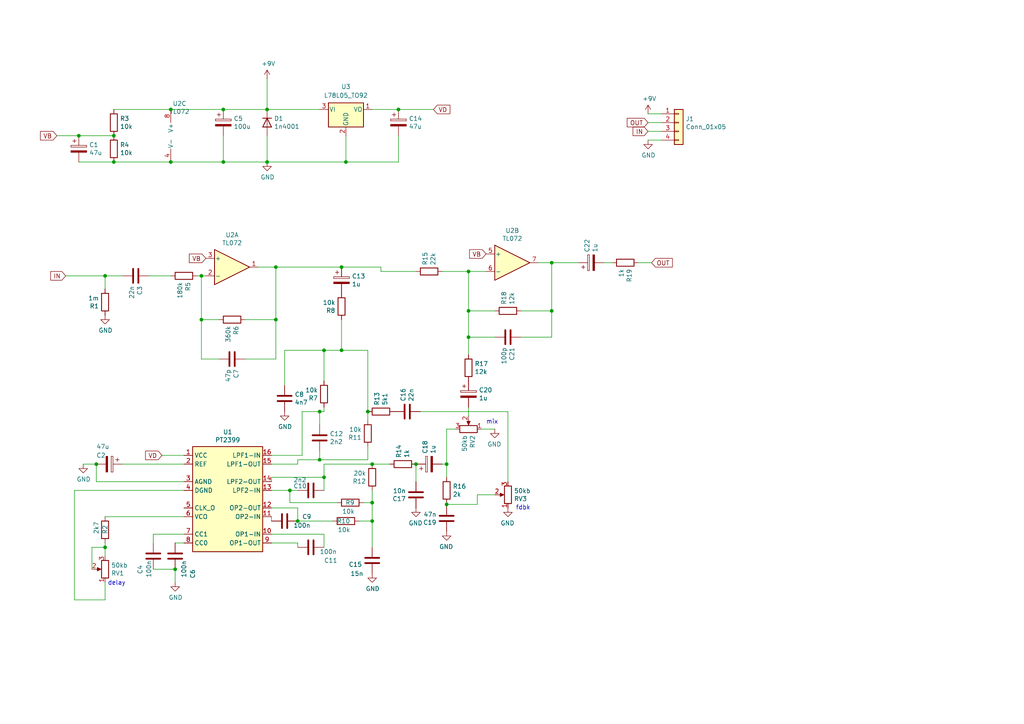
<source format=kicad_sch>
(kicad_sch (version 20211123) (generator eeschema)
  (paper "A4")
  (lib_symbols
    (symbol "Amplifier_Operational:TL072" (pin_names (offset 0.127))
      (property "Reference" "U" (at 0 5.08 0))
      (property "Value" "TL072" (at 0 -5.08 0))
      (symbol "TL072_1_1"
        (polyline (pts (xy -5.08 5.08) (xy 5.08 0) (xy -5.08 -5.08) (xy -5.08 5.08)) (stroke (width 0.254)) (fill (type background)))
        (pin output line (at 7.62 0 180) (length 2.54) (name "~") (number "1"))
        (pin input line (at -7.62 -2.54 0) (length 2.54) (name "-") (number "2"))
        (pin input line (at -7.62 2.54 0) (length 2.54) (name "+") (number "3"))
      )
      (symbol "TL072_2_1"
        (polyline (pts (xy -5.08 5.08) (xy 5.08 0) (xy -5.08 -5.08) (xy -5.08 5.08)) (stroke (width 0.254)) (fill (type background)))
        (pin input line (at -7.62 2.54 0) (length 2.54) (name "+") (number "5"))
        (pin input line (at -7.62 -2.54 0) (length 2.54) (name "-") (number "6"))
        (pin output line (at 7.62 0 180) (length 2.54) (name "~") (number "7"))
      )
      (symbol "TL072_3_1"
        (pin power_in line (at -2.54 -7.62 90) (length 3.81) (name "V-") (number "4"))
        (pin power_in line (at -2.54 7.62 270) (length 3.81) (name "V+") (number "8"))
      )
    )
    (symbol "Audio:PT2399"
      (property "Reference" "U" (at 0 17.78 0))
      (property "Value" "PT2399" (at 0 -17.78 0))
      (symbol "PT2399_0_1"
        (rectangle (start -10.16 15.24) (end 10.16 -15.24) (stroke (width 0.254)) (fill (type background)))
      )
      (symbol "PT2399_1_1"
        (pin power_in line (at -12.7 12.7 0) (length 2.54) (name "VCC") (number "1"))
        (pin input line (at 12.7 -10.16 180) (length 2.54) (name "OP1-IN") (number "10"))
        (pin input line (at 12.7 -5.08 180) (length 2.54) (name "OP2-IN") (number "11"))
        (pin output line (at 12.7 -2.54 180) (length 2.54) (name "OP2-OUT") (number "12"))
        (pin input line (at 12.7 2.54 180) (length 2.54) (name "LPF2-IN") (number "13"))
        (pin output line (at 12.7 5.08 180) (length 2.54) (name "LPF2-OUT") (number "14"))
        (pin output line (at 12.7 10.16 180) (length 2.54) (name "LPF1-OUT") (number "15"))
        (pin input line (at 12.7 12.7 180) (length 2.54) (name "LPF1-IN") (number "16"))
        (pin passive line (at -12.7 10.16 0) (length 2.54) (name "REF") (number "2"))
        (pin power_in line (at -12.7 5.08 0) (length 2.54) (name "AGND") (number "3"))
        (pin power_in line (at -12.7 2.54 0) (length 2.54) (name "DGND") (number "4"))
        (pin passive line (at -12.7 -2.54 0) (length 2.54) (name "CLK_O") (number "5"))
        (pin passive line (at -12.7 -5.08 0) (length 2.54) (name "VCO") (number "6"))
        (pin passive line (at -12.7 -10.16 0) (length 2.54) (name "CC1") (number "7"))
        (pin passive line (at -12.7 -12.7 0) (length 2.54) (name "CC0") (number "8"))
        (pin output line (at 12.7 -12.7 180) (length 2.54) (name "OP1-OUT") (number "9"))
      )
    )
    (symbol "Connector_Generic:Conn_01x04" (pin_names (offset 1.016) hide)
      (property "Reference" "J" (at 0 5.08 0))
      (property "Value" "Conn_01x04" (at 0 -7.62 0))
      (symbol "Conn_01x04_1_1"
        (rectangle (start -1.27 -4.953) (end 0 -5.207) (stroke (width 0.1524)))
        (rectangle (start -1.27 -2.413) (end 0 -2.667) (stroke (width 0.1524)))
        (rectangle (start -1.27 0.127) (end 0 -0.127) (stroke (width 0.1524)))
        (rectangle (start -1.27 2.667) (end 0 2.413) (stroke (width 0.1524)))
        (rectangle (start -1.27 3.81) (end 1.27 -6.35) (stroke (width 0.254)) (fill (type background)))
        (pin passive line (at -5.08 2.54 0) (length 3.81) (name "Pin_1") (number "1"))
        (pin passive line (at -5.08 0 0) (length 3.81) (name "Pin_2") (number "2"))
        (pin passive line (at -5.08 -2.54 0) (length 3.81) (name "Pin_3") (number "3"))
        (pin passive line (at -5.08 -5.08 0) (length 3.81) (name "Pin_4") (number "4"))
      )
    )
    (symbol "Device:C" (pin_numbers hide) (pin_names (offset 0.254))
      (property "Reference" "C" (at 0.635 2.54 0))
      (property "Value" "C" (at 0.635 -2.54 0))
      (symbol "C_0_1"
        (polyline (pts (xy -2.032 -0.762) (xy 2.032 -0.762)) (stroke (width 0.508)))
        (polyline (pts (xy -2.032 0.762) (xy 2.032 0.762)) (stroke (width 0.508)))
      )
      (symbol "C_1_1"
        (pin passive line (at 0 3.81 270) (length 2.794) (name "~") (number "1"))
        (pin passive line (at 0 -3.81 90) (length 2.794) (name "~") (number "2"))
      )
    )
    (symbol "Device:CP" (pin_numbers hide) (pin_names (offset 0.254))
      (property "Reference" "C" (at 0.635 2.54 0))
      (property "Value" "Device_CP" (at 0.635 -2.54 0))
      (symbol "CP_0_1"
        (rectangle (start -2.286 0.508) (end 2.286 1.016))
        (polyline (pts (xy -1.778 2.286) (xy -0.762 2.286)))
        (polyline (pts (xy -1.27 2.794) (xy -1.27 1.778)))
        (rectangle (start 2.286 -0.508) (end -2.286 -1.016) (fill (type outline)))
      )
      (symbol "CP_1_1"
        (pin passive line (at 0 3.81 270) (length 2.794) (name "~") (number "1"))
        (pin passive line (at 0 -3.81 90) (length 2.794) (name "~") (number "2"))
      )
    )
    (symbol "Device:D" (pin_numbers hide) (pin_names (offset 1.016) hide)
      (property "Reference" "D" (at 0 2.54 0))
      (property "Value" "D" (at 0 -2.54 0))
      (symbol "D_0_1"
        (polyline (pts (xy -1.27 1.27) (xy -1.27 -1.27)) (stroke (width 0.254)))
        (polyline (pts (xy 1.27 0) (xy -1.27 0)))
        (polyline (pts (xy 1.27 1.27) (xy 1.27 -1.27) (xy -1.27 0) (xy 1.27 1.27)) (stroke (width 0.254)))
      )
      (symbol "D_1_1"
        (pin passive line (at -3.81 0 0) (length 2.54) (name "K") (number "1"))
        (pin passive line (at 3.81 0 180) (length 2.54) (name "A") (number "2"))
      )
    )
    (symbol "Device:R" (pin_numbers hide) (pin_names (offset 0))
      (property "Reference" "R" (at 2.032 0 90))
      (property "Value" "R" (at 0 0 90))
      (symbol "R_0_1"
        (rectangle (start -1.016 -2.54) (end 1.016 2.54) (stroke (width 0.254)))
      )
      (symbol "R_1_1"
        (pin passive line (at 0 3.81 270) (length 1.27) (name "~") (number "1"))
        (pin passive line (at 0 -3.81 90) (length 1.27) (name "~") (number "2"))
      )
    )
    (symbol "Device:R_POT" (pin_names (offset 1.016) hide)
      (property "Reference" "RV" (at -4.445 0 90))
      (property "Value" "Device_R_POT" (at -2.54 0 90))
      (symbol "R_POT_0_1"
        (polyline (pts (xy 2.54 0) (xy 1.524 0)))
        (polyline (pts (xy 1.143 0) (xy 2.286 0.508) (xy 2.286 -0.508) (xy 1.143 0)) (fill (type outline)))
        (rectangle (start 1.016 2.54) (end -1.016 -2.54) (stroke (width 0.254)))
      )
      (symbol "R_POT_1_1"
        (pin passive line (at 0 3.81 270) (length 1.27) (name "1") (number "1"))
        (pin passive line (at 3.81 0 180) (length 1.27) (name "2") (number "2"))
        (pin passive line (at 0 -3.81 90) (length 1.27) (name "3") (number "3"))
      )
    )
    (symbol "Regulator_Linear:L78L05_TO92" (pin_names (offset 0.254))
      (property "Reference" "U" (at -3.81 3.175 0))
      (property "Value" "L78L05_TO92" (at 0 3.175 0))
      (symbol "L78L05_TO92_0_1"
        (rectangle (start -5.08 -5.08) (end 5.08 1.905) (stroke (width 0.254)) (fill (type background)))
      )
      (symbol "L78L05_TO92_1_1"
        (pin power_out line (at 7.62 0 180) (length 2.54) (name "VO") (number "1"))
        (pin power_in line (at 0 -7.62 90) (length 2.54) (name "GND") (number "2"))
        (pin power_in line (at -7.62 0 0) (length 2.54) (name "VI") (number "3"))
      )
    )
    (symbol "power:+9V" (power) (pin_names (offset 0))
      (property "Value" "+9V" (at 0 3.556 0))
      (symbol "+9V_0_1"
        (polyline (pts (xy -0.762 1.27) (xy 0 2.54)))
        (polyline (pts (xy 0 0) (xy 0 2.54)))
        (polyline (pts (xy 0 2.54) (xy 0.762 1.27)))
      )
      (symbol "+9V_1_1"
        (pin power_in line (at 0 0 90) (length 0) hide (name "+9V") (number "1"))
      )
    )
    (symbol "power:GND" (power) (pin_names (offset 0))
      (property "Value" "GND" (at 0 -3.81 0))
      (symbol "GND_0_1"
        (polyline (pts (xy 0 0) (xy 0 -1.27) (xy 1.27 -1.27) (xy 0 -2.54) (xy -1.27 -1.27) (xy 0 -1.27)))
      )
      (symbol "GND_1_1"
        (pin power_in line (at 0 0 270) (length 0) hide (name "GND") (number "1"))
      )
    )
  )
  (junction (at 106.68 119.38))
  (junction (at 86.36 151.13))
  (junction (at 135.89 78.74))
  (junction (at 99.06 77.47))
  (junction (at 49.53 46.99))
  (junction (at 80.01 77.47))
  (junction (at 49.53 31.75))
  (junction (at 135.89 97.79))
  (junction (at 99.06 101.6))
  (junction (at 30.48 158.75))
  (junction (at 115.57 31.75))
  (junction (at 80.01 92.71))
  (junction (at 84.074 142.24))
  (junction (at 30.48 80.01))
  (junction (at 129.54 146.304))
  (junction (at 77.47 31.75))
  (junction (at 64.77 31.75))
  (junction (at 107.95 145.796))
  (junction (at 33.02 46.99))
  (junction (at 77.47 46.99))
  (junction (at 92.71 119.38))
  (junction (at 64.77 46.99))
  (junction (at 107.95 134.62))
  (junction (at 58.42 80.01))
  (junction (at 50.8 165.1))
  (junction (at 160.02 76.2))
  (junction (at 22.86 39.37))
  (junction (at 27.94 134.62))
  (junction (at 33.02 39.37))
  (junction (at 129.54 134.62))
  (junction (at 160.02 90.17))
  (junction (at 93.98 101.6))
  (junction (at 135.89 90.17))
  (junction (at 58.42 92.71))
  (junction (at 107.95 151.13))
  (junction (at 100.33 46.99))
  (junction (at 92.71 133.35))
  (junction (at 120.65 134.62))
  (junction (at 93.98 138.43))
  (wire (pts (xy 87.63 132.08) (xy 78.74 132.08)))
  (wire (pts (xy 100.33 46.99) (xy 100.33 39.37)))
  (wire (pts (xy 93.98 134.62) (xy 107.95 134.62)))
  (wire (pts (xy 110.49 77.47) (xy 99.06 77.47)))
  (wire (pts (xy 46.99 132.08) (xy 53.34 132.08)))
  (wire (pts (xy 78.74 149.86) (xy 78.74 151.13)))
  (wire (pts (xy 135.89 97.79) (xy 135.89 90.17)))
  (wire (pts (xy 100.33 46.99) (xy 115.57 46.99)))
  (wire (pts (xy 147.32 139.7) (xy 147.32 119.38)))
  (wire (pts (xy 21.59 173.99) (xy 21.59 142.24)))
  (wire (pts (xy 160.02 90.17) (xy 151.13 90.17)))
  (wire (pts (xy 77.47 39.37) (xy 77.47 46.99)))
  (wire (pts (xy 138.43 143.51) (xy 138.43 146.304)))
  (wire (pts (xy 53.34 134.62) (xy 35.56 134.62)))
  (wire (pts (xy 30.48 80.01) (xy 35.56 80.01)))
  (wire (pts (xy 93.98 142.24) (xy 93.98 138.43)))
  (wire (pts (xy 43.18 80.01) (xy 49.53 80.01)))
  (wire (pts (xy 92.71 119.38) (xy 92.71 123.19)))
  (wire (pts (xy 33.02 46.99) (xy 49.53 46.99)))
  (wire (pts (xy 22.86 39.37) (xy 33.02 39.37)))
  (wire (pts (xy 120.65 78.74) (xy 110.49 78.74)))
  (wire (pts (xy 135.89 90.17) (xy 135.89 78.74)))
  (wire (pts (xy 84.074 142.24) (xy 84.074 145.796)))
  (wire (pts (xy 78.74 154.94) (xy 93.98 154.94)))
  (wire (pts (xy 63.5 104.14) (xy 58.42 104.14)))
  (wire (pts (xy 93.98 138.43) (xy 78.74 138.43)))
  (wire (pts (xy 160.02 97.79) (xy 151.13 97.79)))
  (wire (pts (xy 33.02 31.75) (xy 49.53 31.75)))
  (wire (pts (xy 156.21 76.2) (xy 160.02 76.2)))
  (wire (pts (xy 80.01 77.47) (xy 99.06 77.47)))
  (wire (pts (xy 129.54 146.304) (xy 138.43 146.304)))
  (wire (pts (xy 86.36 133.35) (xy 86.36 134.62)))
  (wire (pts (xy 107.95 145.796) (xy 107.95 151.13)))
  (wire (pts (xy 135.89 120.65) (xy 135.89 118.11)))
  (wire (pts (xy 128.27 78.74) (xy 135.89 78.74)))
  (wire (pts (xy 30.48 168.91) (xy 30.48 173.99)))
  (wire (pts (xy 86.36 147.32) (xy 86.36 151.13)))
  (wire (pts (xy 128.27 134.62) (xy 129.54 134.62)))
  (wire (pts (xy 82.55 101.6) (xy 93.98 101.6)))
  (wire (pts (xy 58.42 104.14) (xy 58.42 92.71)))
  (wire (pts (xy 26.67 158.75) (xy 30.48 158.75)))
  (wire (pts (xy 105.41 145.796) (xy 107.95 145.796)))
  (wire (pts (xy 160.02 76.2) (xy 167.64 76.2)))
  (wire (pts (xy 93.98 101.6) (xy 99.06 101.6)))
  (wire (pts (xy 120.65 134.62) (xy 120.65 139.7)))
  (wire (pts (xy 106.68 133.35) (xy 106.68 129.54)))
  (wire (pts (xy 84.074 142.24) (xy 86.36 142.24)))
  (wire (pts (xy 80.01 92.71) (xy 71.12 92.71)))
  (wire (pts (xy 129.54 146.558) (xy 129.54 146.304)))
  (wire (pts (xy 84.074 145.796) (xy 97.79 145.796)))
  (wire (pts (xy 106.68 121.92) (xy 106.68 119.38)))
  (wire (pts (xy 143.51 90.17) (xy 135.89 90.17)))
  (wire (pts (xy 187.96 40.64) (xy 191.77 40.64)))
  (wire (pts (xy 115.57 46.99) (xy 115.57 39.37)))
  (wire (pts (xy 160.02 76.2) (xy 160.02 90.17)))
  (wire (pts (xy 175.26 76.2) (xy 177.546 76.2)))
  (wire (pts (xy 77.47 22.86) (xy 77.47 31.75)))
  (wire (pts (xy 93.98 154.94) (xy 93.98 158.75)))
  (wire (pts (xy 129.54 138.43) (xy 129.54 134.62)))
  (wire (pts (xy 82.55 111.76) (xy 82.55 101.6)))
  (wire (pts (xy 78.74 138.43) (xy 78.74 139.7)))
  (wire (pts (xy 58.42 92.71) (xy 58.42 80.01)))
  (wire (pts (xy 87.63 119.38) (xy 87.63 132.08)))
  (wire (pts (xy 99.06 101.6) (xy 99.06 92.71)))
  (wire (pts (xy 147.32 119.38) (xy 121.92 119.38)))
  (wire (pts (xy 50.8 168.91) (xy 50.8 165.1)))
  (wire (pts (xy 92.71 133.35) (xy 92.71 130.81)))
  (wire (pts (xy 57.15 80.01) (xy 58.42 80.01)))
  (wire (pts (xy 77.47 46.99) (xy 100.33 46.99)))
  (wire (pts (xy 135.89 78.74) (xy 140.97 78.74)))
  (wire (pts (xy 86.36 133.35) (xy 92.71 133.35)))
  (wire (pts (xy 129.54 134.62) (xy 129.54 124.46)))
  (wire (pts (xy 107.95 151.13) (xy 107.95 158.75)))
  (wire (pts (xy 104.14 151.13) (xy 107.95 151.13)))
  (wire (pts (xy 187.96 38.1) (xy 191.77 38.1)))
  (wire (pts (xy 86.36 157.48) (xy 78.74 157.48)))
  (wire (pts (xy 92.71 133.35) (xy 106.68 133.35)))
  (wire (pts (xy 58.42 80.01) (xy 59.69 80.01)))
  (wire (pts (xy 64.77 46.99) (xy 77.47 46.99)))
  (wire (pts (xy 26.67 165.1) (xy 26.67 158.75)))
  (wire (pts (xy 80.01 104.14) (xy 80.01 92.71)))
  (wire (pts (xy 63.5 92.71) (xy 58.42 92.71)))
  (wire (pts (xy 110.49 78.74) (xy 110.49 77.47)))
  (wire (pts (xy 86.36 134.62) (xy 78.74 134.62)))
  (wire (pts (xy 49.53 46.99) (xy 64.77 46.99)))
  (wire (pts (xy 27.94 139.7) (xy 53.34 139.7)))
  (wire (pts (xy 19.05 80.01) (xy 30.48 80.01)))
  (wire (pts (xy 24.13 134.62) (xy 27.94 134.62)))
  (wire (pts (xy 30.48 83.82) (xy 30.48 80.01)))
  (wire (pts (xy 74.93 77.47) (xy 80.01 77.47)))
  (wire (pts (xy 107.95 31.75) (xy 115.57 31.75)))
  (wire (pts (xy 107.95 134.62) (xy 113.03 134.62)))
  (wire (pts (xy 93.98 138.43) (xy 93.98 134.62)))
  (wire (pts (xy 143.51 97.79) (xy 135.89 97.79)))
  (wire (pts (xy 129.54 146.304) (xy 129.54 146.05)))
  (wire (pts (xy 30.48 157.48) (xy 30.48 158.75)))
  (wire (pts (xy 92.71 119.38) (xy 93.98 119.38)))
  (wire (pts (xy 44.45 154.94) (xy 44.45 157.48)))
  (wire (pts (xy 21.59 142.24) (xy 53.34 142.24)))
  (wire (pts (xy 30.48 158.75) (xy 30.48 161.29)))
  (wire (pts (xy 64.77 31.75) (xy 77.47 31.75)))
  (wire (pts (xy 53.34 154.94) (xy 44.45 154.94)))
  (wire (pts (xy 22.86 46.99) (xy 33.02 46.99)))
  (wire (pts (xy 191.77 33.02) (xy 187.96 33.02)))
  (wire (pts (xy 87.63 119.38) (xy 92.71 119.38)))
  (wire (pts (xy 139.7 124.46) (xy 143.51 124.46)))
  (wire (pts (xy 99.06 101.6) (xy 106.68 101.6)))
  (wire (pts (xy 71.12 104.14) (xy 80.01 104.14)))
  (wire (pts (xy 27.94 139.7) (xy 27.94 134.62)))
  (wire (pts (xy 93.98 110.49) (xy 93.98 101.6)))
  (wire (pts (xy 30.48 173.99) (xy 21.59 173.99)))
  (wire (pts (xy 64.77 46.99) (xy 64.77 39.37)))
  (wire (pts (xy 86.36 151.13) (xy 96.52 151.13)))
  (wire (pts (xy 115.57 31.75) (xy 125.73 31.75)))
  (wire (pts (xy 138.43 143.51) (xy 143.51 143.51)))
  (wire (pts (xy 53.34 157.48) (xy 50.8 157.48)))
  (wire (pts (xy 80.01 77.47) (xy 80.01 92.71)))
  (wire (pts (xy 16.51 39.37) (xy 22.86 39.37)))
  (wire (pts (xy 129.54 124.46) (xy 132.08 124.46)))
  (wire (pts (xy 92.71 31.75) (xy 77.47 31.75)))
  (wire (pts (xy 78.74 142.24) (xy 84.074 142.24)))
  (wire (pts (xy 135.89 102.87) (xy 135.89 97.79)))
  (wire (pts (xy 30.48 149.86) (xy 53.34 149.86)))
  (wire (pts (xy 106.68 119.38) (xy 106.68 101.6)))
  (wire (pts (xy 44.45 165.1) (xy 50.8 165.1)))
  (wire (pts (xy 86.36 147.32) (xy 78.74 147.32)))
  (wire (pts (xy 93.98 118.11) (xy 93.98 119.38)))
  (wire (pts (xy 160.02 90.17) (xy 160.02 97.79)))
  (wire (pts (xy 49.53 31.75) (xy 64.77 31.75)))
  (wire (pts (xy 187.96 35.56) (xy 191.77 35.56)))
  (wire (pts (xy 86.36 158.75) (xy 86.36 157.48)))
  (wire (pts (xy 185.166 76.2) (xy 188.976 76.2)))
  (wire (pts (xy 107.95 142.24) (xy 107.95 145.796)))
  (text "mix" (at 140.97 123.19 0) (effects (font (size 1.27 1.27)) (justify left bottom)))
  (text "delay" (at 31.242 169.926 0) (effects (font (size 1.27 1.27)) (justify left bottom)))
  (text "fdbk\n" (at 149.606 148.082 0) (effects (font (size 1.27 1.27)) (justify left bottom)))
  (global_label "OUT" (shape input) (at 187.96 35.56 180) (property "Intersheet References" "${INTERSHEET_REFS}" (effects hide)))
  (global_label "IN" (shape input) (at 19.05 80.01 180) (property "Intersheet References" "${INTERSHEET_REFS}" (effects hide)))
  (global_label "VD" (shape input) (at 46.99 132.08 180) (property "Intersheet References" "${INTERSHEET_REFS}" (effects hide)))
  (global_label "IN" (shape input) (at 187.96 38.1 180) (property "Intersheet References" "${INTERSHEET_REFS}" (effects hide)))
  (global_label "OUT" (shape input) (at 188.976 76.2 0) (property "Intersheet References" "${INTERSHEET_REFS}" (effects hide)))
  (global_label "VD" (shape input) (at 125.73 31.75 0) (property "Intersheet References" "${INTERSHEET_REFS}" (effects hide)))
  (global_label "VB" (shape input) (at 140.97 73.66 180) (property "Intersheet References" "${INTERSHEET_REFS}" (effects hide)))
  (global_label "VB" (shape input) (at 16.51 39.37 180) (property "Intersheet References" "${INTERSHEET_REFS}" (effects hide)))
  (global_label "VB" (shape input) (at 59.69 74.93 180) (property "Intersheet References" "${INTERSHEET_REFS}" (effects hide)))
  (symbol (lib_id "Device:D") (at 77.47 35.56 270) (unit 1)
    (property "Reference" "D1" (at 79.4766 34.3916 90) (effects (justify left)))
    (property "Value" "1n4001" (at 79.4766 36.703 90) (effects (justify left)))
    (property "Footprint" "Diode_THT:D_A-405_P7.62mm_Horizontal" (effects hide))
  )
  (symbol (lib_id "power:GND") (at 77.47 46.99 0) (unit 1)
    (property "Reference" "#PWR0101" (effects hide))
    (property "Value" "GND" (at 77.597 51.3842 0))
  )
  (symbol (lib_id "power:+9V") (at 77.47 22.86 0) (unit 1)
    (property "Reference" "#PWR0102" (effects hide))
    (property "Value" "+9V" (at 77.851 18.4658 0))
  )
  (symbol (lib_id "Device:CP") (at 115.57 35.56 0) (unit 1)
    (property "Reference" "C14" (at 118.5672 34.3916 0) (effects (justify left)))
    (property "Value" "47u" (at 118.5672 36.703 0) (effects (justify left)))
    (property "Footprint" "Capacitor_THT:CP_Radial_D5.0mm_P2.00mm" (effects hide))
  )
  (symbol (lib_id "Device:CP") (at 64.77 35.56 0) (unit 1)
    (property "Reference" "C5" (at 67.7672 34.3916 0) (effects (justify left)))
    (property "Value" "100u" (at 67.7672 36.703 0) (effects (justify left)))
    (property "Footprint" "Capacitor_THT:CP_Radial_D6.3mm_P2.50mm" (effects hide))
  )
  (symbol (lib_id "Device:R") (at 33.02 35.56 0) (unit 1)
    (property "Reference" "R3" (at 34.798 34.3916 0) (effects (justify left)))
    (property "Value" "10k" (at 34.798 36.703 0) (effects (justify left)))
    (property "Footprint" "Resistor_THT:R_Axial_DIN0207_L6.3mm_D2.5mm_P10.16mm_Horizontal" (effects hide))
  )
  (symbol (lib_id "Device:R") (at 33.02 43.18 0) (unit 1)
    (property "Reference" "R4" (at 34.798 42.0116 0) (effects (justify left)))
    (property "Value" "10k" (at 34.798 44.323 0) (effects (justify left)))
    (property "Footprint" "Resistor_THT:R_Axial_DIN0207_L6.3mm_D2.5mm_P10.16mm_Horizontal" (effects hide))
  )
  (symbol (lib_id "Device:CP") (at 22.86 43.18 0) (unit 1)
    (property "Reference" "C1" (at 25.8572 42.0116 0) (effects (justify left)))
    (property "Value" "47u" (at 25.8572 44.323 0) (effects (justify left)))
    (property "Footprint" "Capacitor_THT:CP_Radial_D5.0mm_P2.00mm" (effects hide))
  )
  (symbol (lib_id "Audio:PT2399") (at 66.04 144.78 0) (unit 1)
    (property "Reference" "U1" (at 66.04 125.2982 0))
    (property "Value" "PT2399" (at 66.04 127.6096 0))
    (property "Footprint" "Package_DIP:DIP-16_W7.62mm" (effects hide))
    (property "Datasheet" "http://sound.westhost.com/pt2399.pdf" (effects hide))
  )
  (symbol (lib_id "Device:C") (at 90.17 158.75 270) (unit 1)
    (property "Reference" "C11" (at 93.98 162.56 90) (effects (justify left)))
    (property "Value" "100n" (at 92.71 160.02 90) (effects (justify left)))
    (property "Footprint" "Capacitor_THT:C_Disc_D5.0mm_W2.5mm_P5.00mm" (effects hide))
  )
  (symbol (lib_id "Device:C") (at 82.55 151.13 270) (unit 1)
    (property "Reference" "C9" (at 87.63 149.86 90) (effects (justify left)))
    (property "Value" "100n" (at 85.09 152.4 90) (effects (justify left)))
    (property "Footprint" "Capacitor_THT:C_Disc_D5.0mm_W2.5mm_P5.00mm" (effects hide))
  )
  (symbol (lib_id "Device:C") (at 90.17 142.24 270) (unit 1)
    (property "Reference" "C10" (at 85.09 140.97 90) (effects (justify left)))
    (property "Value" "2n2" (at 85.09 139.192 90) (effects (justify left)))
    (property "Footprint" "Capacitor_THT:C_Disc_D5.0mm_W2.5mm_P5.00mm" (effects hide))
  )
  (symbol (lib_id "Device:C") (at 107.95 162.56 180) (unit 1)
    (property "Reference" "C15" (at 105.029 163.7284 0) (effects (justify left)))
    (property "Value" "15n" (at 105.41 166.37 0) (effects (justify left)))
    (property "Footprint" "Capacitor_THT:C_Disc_D5.0mm_W2.5mm_P5.00mm" (effects hide))
  )
  (symbol (lib_id "power:GND") (at 107.95 166.37 0) (unit 1)
    (property "Reference" "#PWR0103" (effects hide))
    (property "Value" "GND" (at 108.077 170.7642 0))
  )
  (symbol (lib_id "Device:R") (at 100.33 151.13 90) (unit 1)
    (property "Reference" "R10" (at 101.6 151.13 90) (effects (justify left)))
    (property "Value" "10k" (at 101.6 153.67 90) (effects (justify left)))
    (property "Footprint" "Resistor_THT:R_Axial_DIN0207_L6.3mm_D2.5mm_P10.16mm_Horizontal" (effects hide))
  )
  (symbol (lib_id "Device:R") (at 101.6 145.796 90) (unit 1)
    (property "Reference" "R9" (at 102.87 145.796 90) (effects (justify left)))
    (property "Value" "10k" (at 102.87 148.336 90) (effects (justify left)))
    (property "Footprint" "Resistor_THT:R_Axial_DIN0207_L6.3mm_D2.5mm_P10.16mm_Horizontal" (effects hide))
  )
  (symbol (lib_id "Device:R") (at 107.95 138.43 180) (unit 1)
    (property "Reference" "R12" (at 106.172 139.5984 0) (effects (justify left)))
    (property "Value" "20k" (at 106.172 137.287 0) (effects (justify left)))
    (property "Footprint" "Resistor_THT:R_Axial_DIN0207_L6.3mm_D2.5mm_P10.16mm_Horizontal" (effects hide))
  )
  (symbol (lib_id "Device:CP") (at 31.75 134.62 270) (unit 1)
    (property "Reference" "C2" (at 27.94 132.08 90) (effects (justify left)))
    (property "Value" "47u" (at 27.94 129.54 90) (effects (justify left)))
    (property "Footprint" "Capacitor_THT:CP_Radial_D5.0mm_P2.00mm" (effects hide))
  )
  (symbol (lib_id "power:GND") (at 24.13 134.62 0) (unit 1)
    (property "Reference" "#PWR0104" (effects hide))
    (property "Value" "GND" (at 24.257 139.0142 0))
  )
  (symbol (lib_id "Amplifier_Operational:TL072") (at 67.31 77.47 0) (unit 1)
    (property "Reference" "U2" (at 67.31 68.1482 0))
    (property "Value" "TL072" (at 67.31 70.4596 0))
    (property "Footprint" "Package_DIP:DIP-8_W7.62mm" (effects hide))
    (property "Datasheet" "http://www.ti.com/lit/ds/symlink/tl071.pdf" (effects hide))
  )
  (symbol (lib_id "Device:C") (at 50.8 161.29 180) (unit 1)
    (property "Reference" "C6" (at 55.88 165.1 90) (effects (justify left)))
    (property "Value" "100n" (at 53.34 162.56 90) (effects (justify left)))
    (property "Footprint" "Capacitor_THT:C_Disc_D5.0mm_W2.5mm_P5.00mm" (effects hide))
  )
  (symbol (lib_id "Device:C") (at 44.45 161.29 180) (unit 1)
    (property "Reference" "C4" (at 40.64 163.83 90) (effects (justify left)))
    (property "Value" "100n" (at 43.18 162.56 90) (effects (justify left)))
    (property "Footprint" "Capacitor_THT:C_Disc_D5.0mm_W2.5mm_P5.00mm" (effects hide))
  )
  (symbol (lib_id "Device:R") (at 53.34 80.01 270) (unit 1)
    (property "Reference" "R5" (at 54.5084 81.788 0) (effects (justify left)))
    (property "Value" "180k" (at 52.197 81.788 0) (effects (justify left)))
    (property "Footprint" "Resistor_THT:R_Axial_DIN0207_L6.3mm_D2.5mm_P10.16mm_Horizontal" (effects hide))
  )
  (symbol (lib_id "Device:C") (at 39.37 80.01 270) (unit 1)
    (property "Reference" "C3" (at 40.5384 82.931 0) (effects (justify left)))
    (property "Value" "22n" (at 38.227 82.931 0) (effects (justify left)))
    (property "Footprint" "Capacitor_THT:C_Rect_L7.0mm_W3.5mm_P5.00mm" (effects hide))
  )
  (symbol (lib_id "Device:R") (at 30.48 87.63 180) (unit 1)
    (property "Reference" "R1" (at 28.702 88.7984 0) (effects (justify left)))
    (property "Value" "1m" (at 28.702 86.487 0) (effects (justify left)))
    (property "Footprint" "Resistor_THT:R_Axial_DIN0207_L6.3mm_D2.5mm_P10.16mm_Horizontal" (effects hide))
  )
  (symbol (lib_id "power:GND") (at 50.8 168.91 0) (unit 1)
    (property "Reference" "#PWR0105" (effects hide))
    (property "Value" "GND" (at 50.927 173.3042 0))
  )
  (symbol (lib_id "power:GND") (at 30.48 91.44 0) (unit 1)
    (property "Reference" "#PWR0106" (effects hide))
    (property "Value" "GND" (at 30.607 95.8342 0))
  )
  (symbol (lib_id "Device:R") (at 30.48 153.67 0) (unit 1)
    (property "Reference" "R2" (at 30.48 154.94 90) (effects (justify left)))
    (property "Value" "2k7" (at 27.94 154.94 90) (effects (justify left)))
    (property "Footprint" "Resistor_THT:R_Axial_DIN0207_L6.3mm_D2.5mm_P10.16mm_Horizontal" (effects hide))
  )
  (symbol (lib_id "Device:R_POT") (at 30.48 165.1 180) (unit 1)
    (property "Reference" "RV1" (at 32.2326 166.2684 0) (effects (justify right)))
    (property "Value" "50kb" (at 32.2326 163.957 0) (effects (justify right)))
    (property "Footprint" "Connector_Wire:SolderWirePad_1x03_P4.445mm_Drill1.5mm" (effects hide))
  )
  (symbol (lib_id "Device:R") (at 67.31 92.71 270) (unit 1)
    (property "Reference" "R6" (at 68.4784 94.488 0) (effects (justify left)))
    (property "Value" "360k" (at 66.167 94.488 0) (effects (justify left)))
    (property "Footprint" "Resistor_THT:R_Axial_DIN0207_L6.3mm_D2.5mm_P10.16mm_Horizontal" (effects hide))
  )
  (symbol (lib_id "Amplifier_Operational:TL072") (at 52.07 39.37 0) (unit 3)
    (property "Reference" "U2" (at 52.07 30.0482 0))
    (property "Value" "TL072" (at 52.07 32.3596 0))
    (property "Footprint" "Package_DIP:DIP-8_W7.62mm" (effects hide))
    (property "Datasheet" "http://www.ti.com/lit/ds/symlink/tl071.pdf" (effects hide))
  )
  (symbol (lib_id "Device:C") (at 67.31 104.14 270) (unit 1)
    (property "Reference" "C7" (at 68.4784 107.061 0) (effects (justify left)))
    (property "Value" "47p" (at 66.167 107.061 0) (effects (justify left)))
    (property "Footprint" "Capacitor_THT:C_Disc_D5.1mm_W3.2mm_P5.00mm" (effects hide))
  )
  (symbol (lib_id "Device:CP") (at 99.06 81.28 0) (unit 1)
    (property "Reference" "C13" (at 102.0572 80.1116 0) (effects (justify left)))
    (property "Value" "1u" (at 102.0572 82.423 0) (effects (justify left)))
    (property "Footprint" "Capacitor_THT:CP_Radial_D6.3mm_P2.50mm" (effects hide))
  )
  (symbol (lib_id "Device:R") (at 99.06 88.9 180) (unit 1)
    (property "Reference" "R8" (at 97.282 90.0684 0) (effects (justify left)))
    (property "Value" "10k" (at 97.282 87.757 0) (effects (justify left)))
    (property "Footprint" "Resistor_THT:R_Axial_DIN0207_L6.3mm_D2.5mm_P10.16mm_Horizontal" (effects hide))
  )
  (symbol (lib_id "Device:C") (at 82.55 115.57 0) (unit 1)
    (property "Reference" "C8" (at 85.471 114.4016 0) (effects (justify left)))
    (property "Value" "4n7" (at 85.471 116.713 0) (effects (justify left)))
    (property "Footprint" "Capacitor_THT:C_Rect_L7.0mm_W3.5mm_P5.00mm" (effects hide))
  )
  (symbol (lib_id "power:GND") (at 82.55 119.38 0) (unit 1)
    (property "Reference" "#PWR0107" (effects hide))
    (property "Value" "GND" (at 82.677 123.7742 0))
  )
  (symbol (lib_id "Device:R") (at 93.98 114.3 180) (unit 1)
    (property "Reference" "R7" (at 92.202 115.4684 0) (effects (justify left)))
    (property "Value" "10k" (at 92.202 113.157 0) (effects (justify left)))
    (property "Footprint" "Resistor_THT:R_Axial_DIN0207_L6.3mm_D2.5mm_P10.16mm_Horizontal" (effects hide))
  )
  (symbol (lib_id "Device:R") (at 106.68 125.73 180) (unit 1)
    (property "Reference" "R11" (at 104.902 126.8984 0) (effects (justify left)))
    (property "Value" "10k" (at 104.902 124.587 0) (effects (justify left)))
    (property "Footprint" "Resistor_THT:R_Axial_DIN0207_L6.3mm_D2.5mm_P10.16mm_Horizontal" (effects hide))
  )
  (symbol (lib_id "Device:C") (at 92.71 127 0) (unit 1)
    (property "Reference" "C12" (at 95.631 125.8316 0) (effects (justify left)))
    (property "Value" "2n2" (at 95.631 128.143 0) (effects (justify left)))
    (property "Footprint" "Capacitor_THT:C_Rect_L7.0mm_W3.5mm_P5.00mm" (effects hide))
  )
  (symbol (lib_id "Amplifier_Operational:TL072") (at 148.59 76.2 0) (unit 2)
    (property "Reference" "U2" (at 148.59 66.8782 0))
    (property "Value" "TL072" (at 148.59 69.1896 0))
    (property "Footprint" "Package_DIP:DIP-8_W7.62mm" (effects hide))
    (property "Datasheet" "http://www.ti.com/lit/ds/symlink/tl071.pdf" (effects hide))
  )
  (symbol (lib_id "Device:R") (at 124.46 78.74 90) (unit 1)
    (property "Reference" "R15" (at 123.2916 76.962 0) (effects (justify left)))
    (property "Value" "22k" (at 125.603 76.962 0) (effects (justify left)))
    (property "Footprint" "Resistor_THT:R_Axial_DIN0207_L6.3mm_D2.5mm_P10.16mm_Horizontal" (effects hide))
  )
  (symbol (lib_id "Device:R") (at 147.32 90.17 90) (unit 1)
    (property "Reference" "R18" (at 146.1516 88.392 0) (effects (justify left)))
    (property "Value" "12k" (at 148.463 88.392 0) (effects (justify left)))
    (property "Footprint" "Resistor_THT:R_Axial_DIN0207_L6.3mm_D2.5mm_P10.16mm_Horizontal" (effects hide))
  )
  (symbol (lib_id "Device:C") (at 147.32 97.79 270) (unit 1)
    (property "Reference" "C21" (at 148.4884 100.711 0) (effects (justify left)))
    (property "Value" "100p" (at 146.177 100.711 0) (effects (justify left)))
    (property "Footprint" "Capacitor_THT:C_Disc_D5.1mm_W3.2mm_P5.00mm" (effects hide))
  )
  (symbol (lib_id "Device:CP") (at 171.45 76.2 90) (unit 1)
    (property "Reference" "C22" (at 170.2816 73.2028 0) (effects (justify left)))
    (property "Value" "1u" (at 172.593 73.2028 0) (effects (justify left)))
    (property "Footprint" "Capacitor_THT:CP_Radial_D5.0mm_P2.00mm" (effects hide))
  )
  (symbol (lib_id "Device:R") (at 181.356 76.2 270) (unit 1)
    (property "Reference" "R19" (at 182.5244 77.978 0) (effects (justify left)))
    (property "Value" "1k" (at 180.213 77.978 0) (effects (justify left)))
    (property "Footprint" "Resistor_THT:R_Axial_DIN0207_L6.3mm_D2.5mm_P10.16mm_Horizontal" (effects hide))
  )
  (symbol (lib_id "Device:R") (at 135.89 106.68 0) (unit 1)
    (property "Reference" "R17" (at 137.668 105.5116 0) (effects (justify left)))
    (property "Value" "12k" (at 137.668 107.823 0) (effects (justify left)))
    (property "Footprint" "Resistor_THT:R_Axial_DIN0207_L6.3mm_D2.5mm_P10.16mm_Horizontal" (effects hide))
  )
  (symbol (lib_id "Device:CP") (at 135.89 114.3 0) (unit 1)
    (property "Reference" "C20" (at 138.8872 113.1316 0) (effects (justify left)))
    (property "Value" "1u" (at 138.8872 115.443 0) (effects (justify left)))
    (property "Footprint" "Capacitor_THT:CP_Radial_D5.0mm_P2.00mm" (effects hide))
  )
  (symbol (lib_id "Device:R_POT") (at 135.89 124.46 270) (mirror x) (unit 1)
    (property "Reference" "RV2" (at 137.0584 126.2126 0) (effects (justify right)))
    (property "Value" "50kb" (at 134.747 126.2126 0) (effects (justify right)))
    (property "Footprint" "Connector_Wire:SolderWirePad_1x03_P4.445mm_Drill1.5mm" (effects hide))
  )
  (symbol (lib_id "power:GND") (at 143.51 124.46 0) (mirror y) (unit 1)
    (property "Reference" "#PWR0108" (effects hide))
    (property "Value" "GND" (at 143.383 128.8542 0))
  )
  (symbol (lib_id "Device:R") (at 116.84 134.62 90) (unit 1)
    (property "Reference" "R14" (at 115.6716 132.842 0) (effects (justify left)))
    (property "Value" "1k" (at 117.983 132.842 0) (effects (justify left)))
    (property "Footprint" "Resistor_THT:R_Axial_DIN0207_L6.3mm_D2.5mm_P10.16mm_Horizontal" (effects hide))
  )
  (symbol (lib_id "Device:CP") (at 124.46 134.62 90) (unit 1)
    (property "Reference" "C18" (at 123.2916 131.6228 0) (effects (justify left)))
    (property "Value" "1u" (at 125.603 131.6228 0) (effects (justify left)))
    (property "Footprint" "Capacitor_THT:CP_Radial_D5.0mm_P2.00mm" (effects hide))
  )
  (symbol (lib_id "Device:C") (at 120.65 143.51 180) (unit 1)
    (property "Reference" "C17" (at 117.729 144.6784 0) (effects (justify left)))
    (property "Value" "10n" (at 117.729 142.367 0) (effects (justify left)))
    (property "Footprint" "Capacitor_THT:C_Rect_L7.0mm_W3.5mm_P5.00mm" (effects hide))
  )
  (symbol (lib_id "power:GND") (at 120.65 147.32 0) (mirror y) (unit 1)
    (property "Reference" "#PWR0109" (effects hide))
    (property "Value" "GND" (at 120.523 151.7142 0))
  )
  (symbol (lib_id "Device:R") (at 129.54 142.24 0) (unit 1)
    (property "Reference" "R16" (at 131.318 141.0716 0) (effects (justify left)))
    (property "Value" "2k" (at 131.318 143.383 0) (effects (justify left)))
    (property "Footprint" "Resistor_THT:R_Axial_DIN0207_L6.3mm_D2.5mm_P10.16mm_Horizontal" (effects hide))
  )
  (symbol (lib_id "Connector_Generic:Conn_01x04") (at 196.85 35.56 0) (unit 1)
    (property "Reference" "J1" (at 198.882 34.4932 0) (effects (justify left)))
    (property "Value" "Conn_01x05" (at 198.882 36.8046 0) (effects (justify left)))
    (property "Footprint" "Connector_PinHeader_2.54mm:PinHeader_1x04_P2.54mm_Vertical" (effects hide))
  )
  (symbol (lib_id "Device:C") (at 129.54 150.368 180) (unit 1)
    (property "Reference" "C19" (at 126.619 151.5364 0) (effects (justify left)))
    (property "Value" "47n" (at 126.619 149.225 0) (effects (justify left)))
    (property "Footprint" "Capacitor_THT:C_Rect_L7.0mm_W3.5mm_P5.00mm" (effects hide))
  )
  (symbol (lib_id "power:GND") (at 129.54 154.178 0) (mirror y) (unit 1)
    (property "Reference" "#PWR0110" (effects hide))
    (property "Value" "GND" (at 129.413 158.5722 0))
  )
  (symbol (lib_id "Device:R_POT") (at 147.32 143.51 180) (unit 1)
    (property "Reference" "RV3" (at 149.0726 144.6784 0) (effects (justify right)))
    (property "Value" "50kb" (at 149.0726 142.367 0) (effects (justify right)))
    (property "Footprint" "Connector_Wire:SolderWirePad_1x03_P4.445mm_Drill1.5mm" (effects hide))
  )
  (symbol (lib_id "power:GND") (at 147.32 147.32 0) (mirror y) (unit 1)
    (property "Reference" "#PWR0111" (effects hide))
    (property "Value" "GND" (at 147.193 151.7142 0))
  )
  (symbol (lib_id "power:+9V") (at 187.96 33.02 0) (unit 1)
    (property "Reference" "#PWR0112" (effects hide))
    (property "Value" "+9V" (at 188.341 28.6258 0))
  )
  (symbol (lib_id "power:GND") (at 187.96 40.64 0) (unit 1)
    (property "Reference" "#PWR0113" (effects hide))
    (property "Value" "GND" (at 188.087 45.0342 0))
  )
  (symbol (lib_id "Device:R") (at 110.49 119.38 90) (unit 1)
    (property "Reference" "R13" (at 109.3216 117.602 0) (effects (justify left)))
    (property "Value" "5k1" (at 111.633 117.602 0) (effects (justify left)))
    (property "Footprint" "Resistor_THT:R_Axial_DIN0207_L6.3mm_D2.5mm_P10.16mm_Horizontal" (effects hide))
  )
  (symbol (lib_id "Device:C") (at 118.11 119.38 90) (unit 1)
    (property "Reference" "C16" (at 116.9416 116.459 0) (effects (justify left)))
    (property "Value" "22n" (at 119.253 116.459 0) (effects (justify left)))
    (property "Footprint" "Capacitor_THT:C_Rect_L7.0mm_W3.5mm_P5.00mm" (effects hide))
  )
  (symbol (lib_id "Regulator_Linear:L78L05_TO92") (at 100.33 31.75 0) (unit 1)
    (property "Reference" "U3" (at 100.33 25.146 0))
    (property "Value" "L78L05_TO92" (at 100.33 27.686 0))
    (property "Footprint" "Package_TO_SOT_THT:TO-92_Inline" (effects hide))
    (property "Datasheet" "http://www.st.com/content/ccc/resource/technical/document/datasheet/15/55/e5/aa/23/5b/43/fd/CD00000446.pdf/files/CD00000446.pdf/jcr:content/translations/en.CD00000446.pdf" (effects hide))
  )
)
</source>
